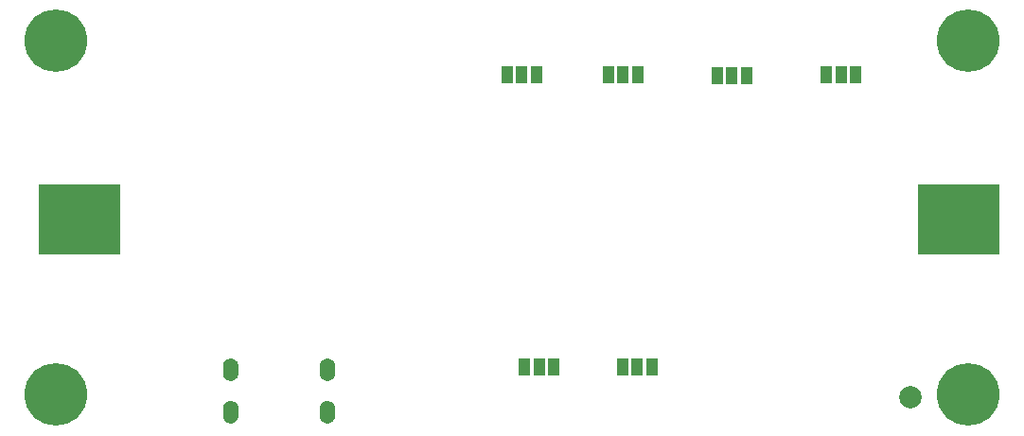
<source format=gbr>
%TF.GenerationSoftware,KiCad,Pcbnew,(6.0.6)*%
%TF.CreationDate,2022-06-29T12:08:49+02:00*%
%TF.ProjectId,LoRaMini,4c6f5261-4d69-46e6-992e-6b696361645f,rev?*%
%TF.SameCoordinates,Original*%
%TF.FileFunction,Soldermask,Bot*%
%TF.FilePolarity,Negative*%
%FSLAX46Y46*%
G04 Gerber Fmt 4.6, Leading zero omitted, Abs format (unit mm)*
G04 Created by KiCad (PCBNEW (6.0.6)) date 2022-06-29 12:08:49*
%MOMM*%
%LPD*%
G01*
G04 APERTURE LIST*
%ADD10C,0.010000*%
%ADD11C,2.000000*%
%ADD12C,5.600000*%
%ADD13R,1.000000X1.500000*%
%ADD14R,7.340000X6.350000*%
G04 APERTURE END LIST*
%TO.C,J3*%
G36*
X111411000Y-132830000D02*
G01*
X111445000Y-132833000D01*
X111479000Y-132837000D01*
X111512000Y-132843000D01*
X111545000Y-132851000D01*
X111578000Y-132861000D01*
X111610000Y-132872000D01*
X111641000Y-132885000D01*
X111672000Y-132900000D01*
X111702000Y-132916000D01*
X111731000Y-132934000D01*
X111759000Y-132953000D01*
X111786000Y-132974000D01*
X111812000Y-132996000D01*
X111837000Y-133019000D01*
X111860000Y-133044000D01*
X111882000Y-133070000D01*
X111903000Y-133097000D01*
X111922000Y-133125000D01*
X111940000Y-133154000D01*
X111956000Y-133184000D01*
X111971000Y-133215000D01*
X111984000Y-133246000D01*
X111995000Y-133278000D01*
X112005000Y-133311000D01*
X112013000Y-133344000D01*
X112019000Y-133377000D01*
X112023000Y-133411000D01*
X112026000Y-133445000D01*
X112027000Y-133479000D01*
X112027000Y-134079000D01*
X112026000Y-134113000D01*
X112023000Y-134147000D01*
X112019000Y-134181000D01*
X112013000Y-134214000D01*
X112005000Y-134247000D01*
X111995000Y-134280000D01*
X111984000Y-134312000D01*
X111971000Y-134343000D01*
X111956000Y-134374000D01*
X111940000Y-134404000D01*
X111922000Y-134433000D01*
X111903000Y-134461000D01*
X111882000Y-134488000D01*
X111860000Y-134514000D01*
X111837000Y-134539000D01*
X111812000Y-134562000D01*
X111786000Y-134584000D01*
X111759000Y-134605000D01*
X111731000Y-134624000D01*
X111702000Y-134642000D01*
X111672000Y-134658000D01*
X111641000Y-134673000D01*
X111610000Y-134686000D01*
X111578000Y-134697000D01*
X111545000Y-134707000D01*
X111512000Y-134715000D01*
X111479000Y-134721000D01*
X111445000Y-134725000D01*
X111411000Y-134728000D01*
X111377000Y-134729000D01*
X111343000Y-134728000D01*
X111309000Y-134725000D01*
X111275000Y-134721000D01*
X111242000Y-134715000D01*
X111209000Y-134707000D01*
X111176000Y-134697000D01*
X111144000Y-134686000D01*
X111113000Y-134673000D01*
X111082000Y-134658000D01*
X111052000Y-134642000D01*
X111023000Y-134624000D01*
X110995000Y-134605000D01*
X110968000Y-134584000D01*
X110942000Y-134562000D01*
X110917000Y-134539000D01*
X110894000Y-134514000D01*
X110872000Y-134488000D01*
X110851000Y-134461000D01*
X110832000Y-134433000D01*
X110814000Y-134404000D01*
X110798000Y-134374000D01*
X110783000Y-134343000D01*
X110770000Y-134312000D01*
X110759000Y-134280000D01*
X110749000Y-134247000D01*
X110741000Y-134214000D01*
X110735000Y-134181000D01*
X110731000Y-134147000D01*
X110728000Y-134113000D01*
X110727000Y-134079000D01*
X110727000Y-133479000D01*
X110728000Y-133445000D01*
X110731000Y-133411000D01*
X110735000Y-133377000D01*
X110741000Y-133344000D01*
X110749000Y-133311000D01*
X110759000Y-133278000D01*
X110770000Y-133246000D01*
X110783000Y-133215000D01*
X110798000Y-133184000D01*
X110814000Y-133154000D01*
X110832000Y-133125000D01*
X110851000Y-133097000D01*
X110872000Y-133070000D01*
X110894000Y-133044000D01*
X110917000Y-133019000D01*
X110942000Y-132996000D01*
X110968000Y-132974000D01*
X110995000Y-132953000D01*
X111023000Y-132934000D01*
X111052000Y-132916000D01*
X111082000Y-132900000D01*
X111113000Y-132885000D01*
X111144000Y-132872000D01*
X111176000Y-132861000D01*
X111209000Y-132851000D01*
X111242000Y-132843000D01*
X111275000Y-132837000D01*
X111309000Y-132833000D01*
X111343000Y-132830000D01*
X111377000Y-132829000D01*
X111411000Y-132830000D01*
G37*
D10*
X111411000Y-132830000D02*
X111445000Y-132833000D01*
X111479000Y-132837000D01*
X111512000Y-132843000D01*
X111545000Y-132851000D01*
X111578000Y-132861000D01*
X111610000Y-132872000D01*
X111641000Y-132885000D01*
X111672000Y-132900000D01*
X111702000Y-132916000D01*
X111731000Y-132934000D01*
X111759000Y-132953000D01*
X111786000Y-132974000D01*
X111812000Y-132996000D01*
X111837000Y-133019000D01*
X111860000Y-133044000D01*
X111882000Y-133070000D01*
X111903000Y-133097000D01*
X111922000Y-133125000D01*
X111940000Y-133154000D01*
X111956000Y-133184000D01*
X111971000Y-133215000D01*
X111984000Y-133246000D01*
X111995000Y-133278000D01*
X112005000Y-133311000D01*
X112013000Y-133344000D01*
X112019000Y-133377000D01*
X112023000Y-133411000D01*
X112026000Y-133445000D01*
X112027000Y-133479000D01*
X112027000Y-134079000D01*
X112026000Y-134113000D01*
X112023000Y-134147000D01*
X112019000Y-134181000D01*
X112013000Y-134214000D01*
X112005000Y-134247000D01*
X111995000Y-134280000D01*
X111984000Y-134312000D01*
X111971000Y-134343000D01*
X111956000Y-134374000D01*
X111940000Y-134404000D01*
X111922000Y-134433000D01*
X111903000Y-134461000D01*
X111882000Y-134488000D01*
X111860000Y-134514000D01*
X111837000Y-134539000D01*
X111812000Y-134562000D01*
X111786000Y-134584000D01*
X111759000Y-134605000D01*
X111731000Y-134624000D01*
X111702000Y-134642000D01*
X111672000Y-134658000D01*
X111641000Y-134673000D01*
X111610000Y-134686000D01*
X111578000Y-134697000D01*
X111545000Y-134707000D01*
X111512000Y-134715000D01*
X111479000Y-134721000D01*
X111445000Y-134725000D01*
X111411000Y-134728000D01*
X111377000Y-134729000D01*
X111343000Y-134728000D01*
X111309000Y-134725000D01*
X111275000Y-134721000D01*
X111242000Y-134715000D01*
X111209000Y-134707000D01*
X111176000Y-134697000D01*
X111144000Y-134686000D01*
X111113000Y-134673000D01*
X111082000Y-134658000D01*
X111052000Y-134642000D01*
X111023000Y-134624000D01*
X110995000Y-134605000D01*
X110968000Y-134584000D01*
X110942000Y-134562000D01*
X110917000Y-134539000D01*
X110894000Y-134514000D01*
X110872000Y-134488000D01*
X110851000Y-134461000D01*
X110832000Y-134433000D01*
X110814000Y-134404000D01*
X110798000Y-134374000D01*
X110783000Y-134343000D01*
X110770000Y-134312000D01*
X110759000Y-134280000D01*
X110749000Y-134247000D01*
X110741000Y-134214000D01*
X110735000Y-134181000D01*
X110731000Y-134147000D01*
X110728000Y-134113000D01*
X110727000Y-134079000D01*
X110727000Y-133479000D01*
X110728000Y-133445000D01*
X110731000Y-133411000D01*
X110735000Y-133377000D01*
X110741000Y-133344000D01*
X110749000Y-133311000D01*
X110759000Y-133278000D01*
X110770000Y-133246000D01*
X110783000Y-133215000D01*
X110798000Y-133184000D01*
X110814000Y-133154000D01*
X110832000Y-133125000D01*
X110851000Y-133097000D01*
X110872000Y-133070000D01*
X110894000Y-133044000D01*
X110917000Y-133019000D01*
X110942000Y-132996000D01*
X110968000Y-132974000D01*
X110995000Y-132953000D01*
X111023000Y-132934000D01*
X111052000Y-132916000D01*
X111082000Y-132900000D01*
X111113000Y-132885000D01*
X111144000Y-132872000D01*
X111176000Y-132861000D01*
X111209000Y-132851000D01*
X111242000Y-132843000D01*
X111275000Y-132837000D01*
X111309000Y-132833000D01*
X111343000Y-132830000D01*
X111377000Y-132829000D01*
X111411000Y-132830000D01*
G36*
X120051000Y-132830000D02*
G01*
X120085000Y-132833000D01*
X120119000Y-132837000D01*
X120152000Y-132843000D01*
X120185000Y-132851000D01*
X120218000Y-132861000D01*
X120250000Y-132872000D01*
X120281000Y-132885000D01*
X120312000Y-132900000D01*
X120342000Y-132916000D01*
X120371000Y-132934000D01*
X120399000Y-132953000D01*
X120426000Y-132974000D01*
X120452000Y-132996000D01*
X120477000Y-133019000D01*
X120500000Y-133044000D01*
X120522000Y-133070000D01*
X120543000Y-133097000D01*
X120562000Y-133125000D01*
X120580000Y-133154000D01*
X120596000Y-133184000D01*
X120611000Y-133215000D01*
X120624000Y-133246000D01*
X120635000Y-133278000D01*
X120645000Y-133311000D01*
X120653000Y-133344000D01*
X120659000Y-133377000D01*
X120663000Y-133411000D01*
X120666000Y-133445000D01*
X120667000Y-133479000D01*
X120667000Y-134079000D01*
X120666000Y-134113000D01*
X120663000Y-134147000D01*
X120659000Y-134181000D01*
X120653000Y-134214000D01*
X120645000Y-134247000D01*
X120635000Y-134280000D01*
X120624000Y-134312000D01*
X120611000Y-134343000D01*
X120596000Y-134374000D01*
X120580000Y-134404000D01*
X120562000Y-134433000D01*
X120543000Y-134461000D01*
X120522000Y-134488000D01*
X120500000Y-134514000D01*
X120477000Y-134539000D01*
X120452000Y-134562000D01*
X120426000Y-134584000D01*
X120399000Y-134605000D01*
X120371000Y-134624000D01*
X120342000Y-134642000D01*
X120312000Y-134658000D01*
X120281000Y-134673000D01*
X120250000Y-134686000D01*
X120218000Y-134697000D01*
X120185000Y-134707000D01*
X120152000Y-134715000D01*
X120119000Y-134721000D01*
X120085000Y-134725000D01*
X120051000Y-134728000D01*
X120017000Y-134729000D01*
X119983000Y-134728000D01*
X119949000Y-134725000D01*
X119915000Y-134721000D01*
X119882000Y-134715000D01*
X119849000Y-134707000D01*
X119816000Y-134697000D01*
X119784000Y-134686000D01*
X119753000Y-134673000D01*
X119722000Y-134658000D01*
X119692000Y-134642000D01*
X119663000Y-134624000D01*
X119635000Y-134605000D01*
X119608000Y-134584000D01*
X119582000Y-134562000D01*
X119557000Y-134539000D01*
X119534000Y-134514000D01*
X119512000Y-134488000D01*
X119491000Y-134461000D01*
X119472000Y-134433000D01*
X119454000Y-134404000D01*
X119438000Y-134374000D01*
X119423000Y-134343000D01*
X119410000Y-134312000D01*
X119399000Y-134280000D01*
X119389000Y-134247000D01*
X119381000Y-134214000D01*
X119375000Y-134181000D01*
X119371000Y-134147000D01*
X119368000Y-134113000D01*
X119367000Y-134079000D01*
X119367000Y-133479000D01*
X119368000Y-133445000D01*
X119371000Y-133411000D01*
X119375000Y-133377000D01*
X119381000Y-133344000D01*
X119389000Y-133311000D01*
X119399000Y-133278000D01*
X119410000Y-133246000D01*
X119423000Y-133215000D01*
X119438000Y-133184000D01*
X119454000Y-133154000D01*
X119472000Y-133125000D01*
X119491000Y-133097000D01*
X119512000Y-133070000D01*
X119534000Y-133044000D01*
X119557000Y-133019000D01*
X119582000Y-132996000D01*
X119608000Y-132974000D01*
X119635000Y-132953000D01*
X119663000Y-132934000D01*
X119692000Y-132916000D01*
X119722000Y-132900000D01*
X119753000Y-132885000D01*
X119784000Y-132872000D01*
X119816000Y-132861000D01*
X119849000Y-132851000D01*
X119882000Y-132843000D01*
X119915000Y-132837000D01*
X119949000Y-132833000D01*
X119983000Y-132830000D01*
X120017000Y-132829000D01*
X120051000Y-132830000D01*
G37*
X120051000Y-132830000D02*
X120085000Y-132833000D01*
X120119000Y-132837000D01*
X120152000Y-132843000D01*
X120185000Y-132851000D01*
X120218000Y-132861000D01*
X120250000Y-132872000D01*
X120281000Y-132885000D01*
X120312000Y-132900000D01*
X120342000Y-132916000D01*
X120371000Y-132934000D01*
X120399000Y-132953000D01*
X120426000Y-132974000D01*
X120452000Y-132996000D01*
X120477000Y-133019000D01*
X120500000Y-133044000D01*
X120522000Y-133070000D01*
X120543000Y-133097000D01*
X120562000Y-133125000D01*
X120580000Y-133154000D01*
X120596000Y-133184000D01*
X120611000Y-133215000D01*
X120624000Y-133246000D01*
X120635000Y-133278000D01*
X120645000Y-133311000D01*
X120653000Y-133344000D01*
X120659000Y-133377000D01*
X120663000Y-133411000D01*
X120666000Y-133445000D01*
X120667000Y-133479000D01*
X120667000Y-134079000D01*
X120666000Y-134113000D01*
X120663000Y-134147000D01*
X120659000Y-134181000D01*
X120653000Y-134214000D01*
X120645000Y-134247000D01*
X120635000Y-134280000D01*
X120624000Y-134312000D01*
X120611000Y-134343000D01*
X120596000Y-134374000D01*
X120580000Y-134404000D01*
X120562000Y-134433000D01*
X120543000Y-134461000D01*
X120522000Y-134488000D01*
X120500000Y-134514000D01*
X120477000Y-134539000D01*
X120452000Y-134562000D01*
X120426000Y-134584000D01*
X120399000Y-134605000D01*
X120371000Y-134624000D01*
X120342000Y-134642000D01*
X120312000Y-134658000D01*
X120281000Y-134673000D01*
X120250000Y-134686000D01*
X120218000Y-134697000D01*
X120185000Y-134707000D01*
X120152000Y-134715000D01*
X120119000Y-134721000D01*
X120085000Y-134725000D01*
X120051000Y-134728000D01*
X120017000Y-134729000D01*
X119983000Y-134728000D01*
X119949000Y-134725000D01*
X119915000Y-134721000D01*
X119882000Y-134715000D01*
X119849000Y-134707000D01*
X119816000Y-134697000D01*
X119784000Y-134686000D01*
X119753000Y-134673000D01*
X119722000Y-134658000D01*
X119692000Y-134642000D01*
X119663000Y-134624000D01*
X119635000Y-134605000D01*
X119608000Y-134584000D01*
X119582000Y-134562000D01*
X119557000Y-134539000D01*
X119534000Y-134514000D01*
X119512000Y-134488000D01*
X119491000Y-134461000D01*
X119472000Y-134433000D01*
X119454000Y-134404000D01*
X119438000Y-134374000D01*
X119423000Y-134343000D01*
X119410000Y-134312000D01*
X119399000Y-134280000D01*
X119389000Y-134247000D01*
X119381000Y-134214000D01*
X119375000Y-134181000D01*
X119371000Y-134147000D01*
X119368000Y-134113000D01*
X119367000Y-134079000D01*
X119367000Y-133479000D01*
X119368000Y-133445000D01*
X119371000Y-133411000D01*
X119375000Y-133377000D01*
X119381000Y-133344000D01*
X119389000Y-133311000D01*
X119399000Y-133278000D01*
X119410000Y-133246000D01*
X119423000Y-133215000D01*
X119438000Y-133184000D01*
X119454000Y-133154000D01*
X119472000Y-133125000D01*
X119491000Y-133097000D01*
X119512000Y-133070000D01*
X119534000Y-133044000D01*
X119557000Y-133019000D01*
X119582000Y-132996000D01*
X119608000Y-132974000D01*
X119635000Y-132953000D01*
X119663000Y-132934000D01*
X119692000Y-132916000D01*
X119722000Y-132900000D01*
X119753000Y-132885000D01*
X119784000Y-132872000D01*
X119816000Y-132861000D01*
X119849000Y-132851000D01*
X119882000Y-132843000D01*
X119915000Y-132837000D01*
X119949000Y-132833000D01*
X119983000Y-132830000D01*
X120017000Y-132829000D01*
X120051000Y-132830000D01*
G36*
X120051000Y-136630000D02*
G01*
X120085000Y-136633000D01*
X120119000Y-136637000D01*
X120152000Y-136643000D01*
X120185000Y-136651000D01*
X120218000Y-136661000D01*
X120250000Y-136672000D01*
X120281000Y-136685000D01*
X120312000Y-136700000D01*
X120342000Y-136716000D01*
X120371000Y-136734000D01*
X120399000Y-136753000D01*
X120426000Y-136774000D01*
X120452000Y-136796000D01*
X120477000Y-136819000D01*
X120500000Y-136844000D01*
X120522000Y-136870000D01*
X120543000Y-136897000D01*
X120562000Y-136925000D01*
X120580000Y-136954000D01*
X120596000Y-136984000D01*
X120611000Y-137015000D01*
X120624000Y-137046000D01*
X120635000Y-137078000D01*
X120645000Y-137111000D01*
X120653000Y-137144000D01*
X120659000Y-137177000D01*
X120663000Y-137211000D01*
X120666000Y-137245000D01*
X120667000Y-137279000D01*
X120667000Y-137879000D01*
X120666000Y-137913000D01*
X120663000Y-137947000D01*
X120659000Y-137981000D01*
X120653000Y-138014000D01*
X120645000Y-138047000D01*
X120635000Y-138080000D01*
X120624000Y-138112000D01*
X120611000Y-138143000D01*
X120596000Y-138174000D01*
X120580000Y-138204000D01*
X120562000Y-138233000D01*
X120543000Y-138261000D01*
X120522000Y-138288000D01*
X120500000Y-138314000D01*
X120477000Y-138339000D01*
X120452000Y-138362000D01*
X120426000Y-138384000D01*
X120399000Y-138405000D01*
X120371000Y-138424000D01*
X120342000Y-138442000D01*
X120312000Y-138458000D01*
X120281000Y-138473000D01*
X120250000Y-138486000D01*
X120218000Y-138497000D01*
X120185000Y-138507000D01*
X120152000Y-138515000D01*
X120119000Y-138521000D01*
X120085000Y-138525000D01*
X120051000Y-138528000D01*
X120017000Y-138529000D01*
X119983000Y-138528000D01*
X119949000Y-138525000D01*
X119915000Y-138521000D01*
X119882000Y-138515000D01*
X119849000Y-138507000D01*
X119816000Y-138497000D01*
X119784000Y-138486000D01*
X119753000Y-138473000D01*
X119722000Y-138458000D01*
X119692000Y-138442000D01*
X119663000Y-138424000D01*
X119635000Y-138405000D01*
X119608000Y-138384000D01*
X119582000Y-138362000D01*
X119557000Y-138339000D01*
X119534000Y-138314000D01*
X119512000Y-138288000D01*
X119491000Y-138261000D01*
X119472000Y-138233000D01*
X119454000Y-138204000D01*
X119438000Y-138174000D01*
X119423000Y-138143000D01*
X119410000Y-138112000D01*
X119399000Y-138080000D01*
X119389000Y-138047000D01*
X119381000Y-138014000D01*
X119375000Y-137981000D01*
X119371000Y-137947000D01*
X119368000Y-137913000D01*
X119367000Y-137879000D01*
X119367000Y-137279000D01*
X119368000Y-137245000D01*
X119371000Y-137211000D01*
X119375000Y-137177000D01*
X119381000Y-137144000D01*
X119389000Y-137111000D01*
X119399000Y-137078000D01*
X119410000Y-137046000D01*
X119423000Y-137015000D01*
X119438000Y-136984000D01*
X119454000Y-136954000D01*
X119472000Y-136925000D01*
X119491000Y-136897000D01*
X119512000Y-136870000D01*
X119534000Y-136844000D01*
X119557000Y-136819000D01*
X119582000Y-136796000D01*
X119608000Y-136774000D01*
X119635000Y-136753000D01*
X119663000Y-136734000D01*
X119692000Y-136716000D01*
X119722000Y-136700000D01*
X119753000Y-136685000D01*
X119784000Y-136672000D01*
X119816000Y-136661000D01*
X119849000Y-136651000D01*
X119882000Y-136643000D01*
X119915000Y-136637000D01*
X119949000Y-136633000D01*
X119983000Y-136630000D01*
X120017000Y-136629000D01*
X120051000Y-136630000D01*
G37*
X120051000Y-136630000D02*
X120085000Y-136633000D01*
X120119000Y-136637000D01*
X120152000Y-136643000D01*
X120185000Y-136651000D01*
X120218000Y-136661000D01*
X120250000Y-136672000D01*
X120281000Y-136685000D01*
X120312000Y-136700000D01*
X120342000Y-136716000D01*
X120371000Y-136734000D01*
X120399000Y-136753000D01*
X120426000Y-136774000D01*
X120452000Y-136796000D01*
X120477000Y-136819000D01*
X120500000Y-136844000D01*
X120522000Y-136870000D01*
X120543000Y-136897000D01*
X120562000Y-136925000D01*
X120580000Y-136954000D01*
X120596000Y-136984000D01*
X120611000Y-137015000D01*
X120624000Y-137046000D01*
X120635000Y-137078000D01*
X120645000Y-137111000D01*
X120653000Y-137144000D01*
X120659000Y-137177000D01*
X120663000Y-137211000D01*
X120666000Y-137245000D01*
X120667000Y-137279000D01*
X120667000Y-137879000D01*
X120666000Y-137913000D01*
X120663000Y-137947000D01*
X120659000Y-137981000D01*
X120653000Y-138014000D01*
X120645000Y-138047000D01*
X120635000Y-138080000D01*
X120624000Y-138112000D01*
X120611000Y-138143000D01*
X120596000Y-138174000D01*
X120580000Y-138204000D01*
X120562000Y-138233000D01*
X120543000Y-138261000D01*
X120522000Y-138288000D01*
X120500000Y-138314000D01*
X120477000Y-138339000D01*
X120452000Y-138362000D01*
X120426000Y-138384000D01*
X120399000Y-138405000D01*
X120371000Y-138424000D01*
X120342000Y-138442000D01*
X120312000Y-138458000D01*
X120281000Y-138473000D01*
X120250000Y-138486000D01*
X120218000Y-138497000D01*
X120185000Y-138507000D01*
X120152000Y-138515000D01*
X120119000Y-138521000D01*
X120085000Y-138525000D01*
X120051000Y-138528000D01*
X120017000Y-138529000D01*
X119983000Y-138528000D01*
X119949000Y-138525000D01*
X119915000Y-138521000D01*
X119882000Y-138515000D01*
X119849000Y-138507000D01*
X119816000Y-138497000D01*
X119784000Y-138486000D01*
X119753000Y-138473000D01*
X119722000Y-138458000D01*
X119692000Y-138442000D01*
X119663000Y-138424000D01*
X119635000Y-138405000D01*
X119608000Y-138384000D01*
X119582000Y-138362000D01*
X119557000Y-138339000D01*
X119534000Y-138314000D01*
X119512000Y-138288000D01*
X119491000Y-138261000D01*
X119472000Y-138233000D01*
X119454000Y-138204000D01*
X119438000Y-138174000D01*
X119423000Y-138143000D01*
X119410000Y-138112000D01*
X119399000Y-138080000D01*
X119389000Y-138047000D01*
X119381000Y-138014000D01*
X119375000Y-137981000D01*
X119371000Y-137947000D01*
X119368000Y-137913000D01*
X119367000Y-137879000D01*
X119367000Y-137279000D01*
X119368000Y-137245000D01*
X119371000Y-137211000D01*
X119375000Y-137177000D01*
X119381000Y-137144000D01*
X119389000Y-137111000D01*
X119399000Y-137078000D01*
X119410000Y-137046000D01*
X119423000Y-137015000D01*
X119438000Y-136984000D01*
X119454000Y-136954000D01*
X119472000Y-136925000D01*
X119491000Y-136897000D01*
X119512000Y-136870000D01*
X119534000Y-136844000D01*
X119557000Y-136819000D01*
X119582000Y-136796000D01*
X119608000Y-136774000D01*
X119635000Y-136753000D01*
X119663000Y-136734000D01*
X119692000Y-136716000D01*
X119722000Y-136700000D01*
X119753000Y-136685000D01*
X119784000Y-136672000D01*
X119816000Y-136661000D01*
X119849000Y-136651000D01*
X119882000Y-136643000D01*
X119915000Y-136637000D01*
X119949000Y-136633000D01*
X119983000Y-136630000D01*
X120017000Y-136629000D01*
X120051000Y-136630000D01*
G36*
X111411000Y-136630000D02*
G01*
X111445000Y-136633000D01*
X111479000Y-136637000D01*
X111512000Y-136643000D01*
X111545000Y-136651000D01*
X111578000Y-136661000D01*
X111610000Y-136672000D01*
X111641000Y-136685000D01*
X111672000Y-136700000D01*
X111702000Y-136716000D01*
X111731000Y-136734000D01*
X111759000Y-136753000D01*
X111786000Y-136774000D01*
X111812000Y-136796000D01*
X111837000Y-136819000D01*
X111860000Y-136844000D01*
X111882000Y-136870000D01*
X111903000Y-136897000D01*
X111922000Y-136925000D01*
X111940000Y-136954000D01*
X111956000Y-136984000D01*
X111971000Y-137015000D01*
X111984000Y-137046000D01*
X111995000Y-137078000D01*
X112005000Y-137111000D01*
X112013000Y-137144000D01*
X112019000Y-137177000D01*
X112023000Y-137211000D01*
X112026000Y-137245000D01*
X112027000Y-137279000D01*
X112027000Y-137879000D01*
X112026000Y-137913000D01*
X112023000Y-137947000D01*
X112019000Y-137981000D01*
X112013000Y-138014000D01*
X112005000Y-138047000D01*
X111995000Y-138080000D01*
X111984000Y-138112000D01*
X111971000Y-138143000D01*
X111956000Y-138174000D01*
X111940000Y-138204000D01*
X111922000Y-138233000D01*
X111903000Y-138261000D01*
X111882000Y-138288000D01*
X111860000Y-138314000D01*
X111837000Y-138339000D01*
X111812000Y-138362000D01*
X111786000Y-138384000D01*
X111759000Y-138405000D01*
X111731000Y-138424000D01*
X111702000Y-138442000D01*
X111672000Y-138458000D01*
X111641000Y-138473000D01*
X111610000Y-138486000D01*
X111578000Y-138497000D01*
X111545000Y-138507000D01*
X111512000Y-138515000D01*
X111479000Y-138521000D01*
X111445000Y-138525000D01*
X111411000Y-138528000D01*
X111377000Y-138529000D01*
X111343000Y-138528000D01*
X111309000Y-138525000D01*
X111275000Y-138521000D01*
X111242000Y-138515000D01*
X111209000Y-138507000D01*
X111176000Y-138497000D01*
X111144000Y-138486000D01*
X111113000Y-138473000D01*
X111082000Y-138458000D01*
X111052000Y-138442000D01*
X111023000Y-138424000D01*
X110995000Y-138405000D01*
X110968000Y-138384000D01*
X110942000Y-138362000D01*
X110917000Y-138339000D01*
X110894000Y-138314000D01*
X110872000Y-138288000D01*
X110851000Y-138261000D01*
X110832000Y-138233000D01*
X110814000Y-138204000D01*
X110798000Y-138174000D01*
X110783000Y-138143000D01*
X110770000Y-138112000D01*
X110759000Y-138080000D01*
X110749000Y-138047000D01*
X110741000Y-138014000D01*
X110735000Y-137981000D01*
X110731000Y-137947000D01*
X110728000Y-137913000D01*
X110727000Y-137879000D01*
X110727000Y-137279000D01*
X110728000Y-137245000D01*
X110731000Y-137211000D01*
X110735000Y-137177000D01*
X110741000Y-137144000D01*
X110749000Y-137111000D01*
X110759000Y-137078000D01*
X110770000Y-137046000D01*
X110783000Y-137015000D01*
X110798000Y-136984000D01*
X110814000Y-136954000D01*
X110832000Y-136925000D01*
X110851000Y-136897000D01*
X110872000Y-136870000D01*
X110894000Y-136844000D01*
X110917000Y-136819000D01*
X110942000Y-136796000D01*
X110968000Y-136774000D01*
X110995000Y-136753000D01*
X111023000Y-136734000D01*
X111052000Y-136716000D01*
X111082000Y-136700000D01*
X111113000Y-136685000D01*
X111144000Y-136672000D01*
X111176000Y-136661000D01*
X111209000Y-136651000D01*
X111242000Y-136643000D01*
X111275000Y-136637000D01*
X111309000Y-136633000D01*
X111343000Y-136630000D01*
X111377000Y-136629000D01*
X111411000Y-136630000D01*
G37*
X111411000Y-136630000D02*
X111445000Y-136633000D01*
X111479000Y-136637000D01*
X111512000Y-136643000D01*
X111545000Y-136651000D01*
X111578000Y-136661000D01*
X111610000Y-136672000D01*
X111641000Y-136685000D01*
X111672000Y-136700000D01*
X111702000Y-136716000D01*
X111731000Y-136734000D01*
X111759000Y-136753000D01*
X111786000Y-136774000D01*
X111812000Y-136796000D01*
X111837000Y-136819000D01*
X111860000Y-136844000D01*
X111882000Y-136870000D01*
X111903000Y-136897000D01*
X111922000Y-136925000D01*
X111940000Y-136954000D01*
X111956000Y-136984000D01*
X111971000Y-137015000D01*
X111984000Y-137046000D01*
X111995000Y-137078000D01*
X112005000Y-137111000D01*
X112013000Y-137144000D01*
X112019000Y-137177000D01*
X112023000Y-137211000D01*
X112026000Y-137245000D01*
X112027000Y-137279000D01*
X112027000Y-137879000D01*
X112026000Y-137913000D01*
X112023000Y-137947000D01*
X112019000Y-137981000D01*
X112013000Y-138014000D01*
X112005000Y-138047000D01*
X111995000Y-138080000D01*
X111984000Y-138112000D01*
X111971000Y-138143000D01*
X111956000Y-138174000D01*
X111940000Y-138204000D01*
X111922000Y-138233000D01*
X111903000Y-138261000D01*
X111882000Y-138288000D01*
X111860000Y-138314000D01*
X111837000Y-138339000D01*
X111812000Y-138362000D01*
X111786000Y-138384000D01*
X111759000Y-138405000D01*
X111731000Y-138424000D01*
X111702000Y-138442000D01*
X111672000Y-138458000D01*
X111641000Y-138473000D01*
X111610000Y-138486000D01*
X111578000Y-138497000D01*
X111545000Y-138507000D01*
X111512000Y-138515000D01*
X111479000Y-138521000D01*
X111445000Y-138525000D01*
X111411000Y-138528000D01*
X111377000Y-138529000D01*
X111343000Y-138528000D01*
X111309000Y-138525000D01*
X111275000Y-138521000D01*
X111242000Y-138515000D01*
X111209000Y-138507000D01*
X111176000Y-138497000D01*
X111144000Y-138486000D01*
X111113000Y-138473000D01*
X111082000Y-138458000D01*
X111052000Y-138442000D01*
X111023000Y-138424000D01*
X110995000Y-138405000D01*
X110968000Y-138384000D01*
X110942000Y-138362000D01*
X110917000Y-138339000D01*
X110894000Y-138314000D01*
X110872000Y-138288000D01*
X110851000Y-138261000D01*
X110832000Y-138233000D01*
X110814000Y-138204000D01*
X110798000Y-138174000D01*
X110783000Y-138143000D01*
X110770000Y-138112000D01*
X110759000Y-138080000D01*
X110749000Y-138047000D01*
X110741000Y-138014000D01*
X110735000Y-137981000D01*
X110731000Y-137947000D01*
X110728000Y-137913000D01*
X110727000Y-137879000D01*
X110727000Y-137279000D01*
X110728000Y-137245000D01*
X110731000Y-137211000D01*
X110735000Y-137177000D01*
X110741000Y-137144000D01*
X110749000Y-137111000D01*
X110759000Y-137078000D01*
X110770000Y-137046000D01*
X110783000Y-137015000D01*
X110798000Y-136984000D01*
X110814000Y-136954000D01*
X110832000Y-136925000D01*
X110851000Y-136897000D01*
X110872000Y-136870000D01*
X110894000Y-136844000D01*
X110917000Y-136819000D01*
X110942000Y-136796000D01*
X110968000Y-136774000D01*
X110995000Y-136753000D01*
X111023000Y-136734000D01*
X111052000Y-136716000D01*
X111082000Y-136700000D01*
X111113000Y-136685000D01*
X111144000Y-136672000D01*
X111176000Y-136661000D01*
X111209000Y-136651000D01*
X111242000Y-136643000D01*
X111275000Y-136637000D01*
X111309000Y-136633000D01*
X111343000Y-136630000D01*
X111377000Y-136629000D01*
X111411000Y-136630000D01*
%TD*%
D11*
%TO.C,J2*%
X172212000Y-136271000D03*
%TD*%
D12*
%TO.C,REF\u002A\u002A*%
X177419000Y-104394000D03*
%TD*%
%TO.C,REF\u002A\u002A*%
X95758000Y-136017000D03*
%TD*%
%TO.C,REF\u002A\u002A*%
X95758000Y-104394000D03*
%TD*%
%TO.C,REF\u002A\u002A*%
X177419000Y-136017000D03*
%TD*%
D13*
%TO.C,LPB8*%
X140301500Y-133553200D03*
X139001500Y-133553200D03*
X137701500Y-133553200D03*
%TD*%
%TO.C,LPB3*%
X138764800Y-107400000D03*
X137464800Y-107400000D03*
X136164800Y-107400000D03*
%TD*%
%TO.C,LPA0*%
X149077200Y-133553200D03*
X147777200Y-133553200D03*
X146477200Y-133553200D03*
%TD*%
D14*
%TO.C,BT1*%
X97880800Y-120396000D03*
X176540800Y-120396000D03*
%TD*%
D13*
%TO.C,LPA15*%
X147800000Y-107407500D03*
X146500000Y-107407500D03*
X145200000Y-107407500D03*
%TD*%
%TO.C,JP6*%
X157560800Y-107507500D03*
X156260800Y-107507500D03*
X154960800Y-107507500D03*
%TD*%
%TO.C,LPA8*%
X167314400Y-107400000D03*
X166014400Y-107400000D03*
X164714400Y-107400000D03*
%TD*%
M02*

</source>
